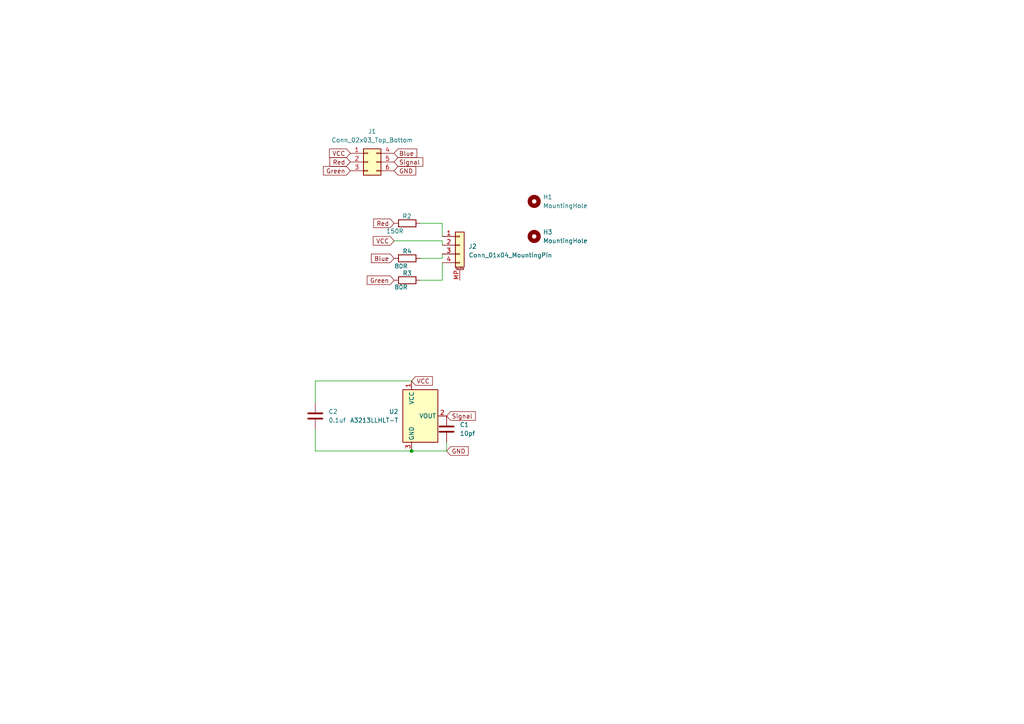
<source format=kicad_sch>
(kicad_sch (version 20231120) (generator "eeschema") (generator_version "8.0")
  (paper "A4")
  (lib_symbols
    (symbol "Connector_Generic:Conn_02x03_Top_Bottom" (pin_names (offset 1.016) hide)
      (property "Reference" "J" (at 1.27 5.08 0))
      (property "Value" "Conn_02x03_Top_Bottom" (at 1.27 -5.08 0))
      (symbol "Conn_02x03_Top_Bottom_1_1"
        (rectangle (start -1.27 -2.413) (end 0 -2.667) (stroke (width 0.1524)))
        (rectangle (start -1.27 0.127) (end 0 -0.127) (stroke (width 0.1524)))
        (rectangle (start -1.27 2.667) (end 0 2.413) (stroke (width 0.1524)))
        (rectangle (start -1.27 3.81) (end 3.81 -3.81) (stroke (width 0.254)) (fill (type background)))
        (rectangle (start 3.81 -2.413) (end 2.54 -2.667) (stroke (width 0.1524)))
        (rectangle (start 3.81 0.127) (end 2.54 -0.127) (stroke (width 0.1524)))
        (rectangle (start 3.81 2.667) (end 2.54 2.413) (stroke (width 0.1524)))
        (pin passive line (at -5.08 2.54 0) (length 3.81) (name "Pin_1") (number "1"))
        (pin passive line (at -5.08 0 0) (length 3.81) (name "Pin_2") (number "2"))
        (pin passive line (at -5.08 -2.54 0) (length 3.81) (name "Pin_3") (number "3"))
        (pin passive line (at 7.62 2.54 180) (length 3.81) (name "Pin_4") (number "4"))
        (pin passive line (at 7.62 0 180) (length 3.81) (name "Pin_5") (number "5"))
        (pin passive line (at 7.62 -2.54 180) (length 3.81) (name "Pin_6") (number "6"))
      )
    )
    (symbol "Connector_Generic_MountingPin:Conn_01x04_MountingPin" (pin_names (offset 1.016) hide)
      (property "Reference" "J" (at 0 5.08 0))
      (property "Value" "Conn_01x04_MountingPin" (at 1.27 -7.62 0))
      (symbol "Conn_01x04_MountingPin_1_1"
        (rectangle (start -1.27 -4.953) (end 0 -5.207) (stroke (width 0.1524)))
        (rectangle (start -1.27 -2.413) (end 0 -2.667) (stroke (width 0.1524)))
        (rectangle (start -1.27 0.127) (end 0 -0.127) (stroke (width 0.1524)))
        (rectangle (start -1.27 2.667) (end 0 2.413) (stroke (width 0.1524)))
        (rectangle (start -1.27 3.81) (end 1.27 -6.35) (stroke (width 0.254)) (fill (type background)))
        (polyline (pts (xy -1.016 -7.112) (xy 1.016 -7.112)) (stroke (width 0.1524)))
        (text "Mounting" (at 0 -6.731 0) (effects (font (size 0.381 0.381))))
        (pin passive line (at -5.08 2.54 0) (length 3.81) (name "Pin_1") (number "1"))
        (pin passive line (at -5.08 0 0) (length 3.81) (name "Pin_2") (number "2"))
        (pin passive line (at -5.08 -2.54 0) (length 3.81) (name "Pin_3") (number "3"))
        (pin passive line (at -5.08 -5.08 0) (length 3.81) (name "Pin_4") (number "4"))
        (pin passive line (at 0 -10.16 90) (length 3.048) (name "MountPin") (number "MP"))
      )
    )
    (symbol "Device:C" (pin_numbers hide) (pin_names (offset 0.254))
      (property "Reference" "C" (at 0.635 2.54 0))
      (property "Value" "C" (at 0.635 -2.54 0))
      (symbol "C_0_1"
        (polyline (pts (xy -2.032 -0.762) (xy 2.032 -0.762)) (stroke (width 0.508)))
        (polyline (pts (xy -2.032 0.762) (xy 2.032 0.762)) (stroke (width 0.508)))
      )
      (symbol "C_1_1"
        (pin passive line (at 0 3.81 270) (length 2.794) (name "~") (number "1"))
        (pin passive line (at 0 -3.81 90) (length 2.794) (name "~") (number "2"))
      )
    )
    (symbol "Device:R" (pin_numbers hide) (pin_names (offset 0))
      (property "Reference" "R" (at 2.032 0 90))
      (property "Value" "R" (at 0 0 90))
      (symbol "R_0_1"
        (rectangle (start -1.016 -2.54) (end 1.016 2.54) (stroke (width 0.254)))
      )
      (symbol "R_1_1"
        (pin passive line (at 0 3.81 270) (length 1.27) (name "~") (number "1"))
        (pin passive line (at 0 -3.81 90) (length 1.27) (name "~") (number "2"))
      )
    )
    (symbol "Mechanical:MountingHole" (pin_names (offset 1.016)) (exclude_from_sim yes) (in_bom no)
      (property "Reference" "H" (at 0 5.08 0))
      (property "Value" "MountingHole" (at 0 3.175 0))
      (symbol "MountingHole_0_1"
        (circle (center 0 0) (radius 1.27) (stroke (width 1.27)))
      )
    )
    (symbol "Sensor_Magnetic:A3214ELHLT-T"
      (property "Reference" "U" (at 0 11.43 0))
      (property "Value" "A3214ELHLT-T" (at 0 8.89 0))
      (symbol "A3214ELHLT-T_0_1"
        (rectangle (start -5.08 7.62) (end 5.08 -7.62) (stroke (width 0.254)) (fill (type background)))
      )
      (symbol "A3214ELHLT-T_1_1"
        (pin power_in line (at -2.54 10.16 270) (length 2.54) (name "VCC") (number "1"))
        (pin output line (at 7.62 0 180) (length 2.54) (name "VOUT") (number "2"))
        (pin power_in line (at -2.54 -10.16 90) (length 2.54) (name "GND") (number "3"))
      )
    )
  )
  (junction (at 119.38 130.81))
  (wire (pts (xy 128.27 69.85) (xy 128.27 71.12)))
  (wire (pts (xy 128.27 74.93) (xy 128.27 73.66)))
  (wire (pts (xy 121.92 64.77) (xy 128.27 64.77)))
  (wire (pts (xy 128.27 76.2) (xy 128.27 81.28)))
  (wire (pts (xy 119.38 130.81) (xy 129.54 130.81)))
  (wire (pts (xy 91.44 124.46) (xy 91.44 130.81)))
  (wire (pts (xy 121.92 74.93) (xy 128.27 74.93)))
  (wire (pts (xy 91.44 110.49) (xy 119.38 110.49)))
  (wire (pts (xy 121.92 81.28) (xy 128.27 81.28)))
  (wire (pts (xy 114.3 69.85) (xy 128.27 69.85)))
  (wire (pts (xy 129.54 128.27) (xy 129.54 130.81)))
  (wire (pts (xy 128.27 64.77) (xy 128.27 68.58)))
  (wire (pts (xy 91.44 116.84) (xy 91.44 110.49)))
  (wire (pts (xy 91.44 130.81) (xy 119.38 130.81)))
  (global_label "Red" (shape input) (at 114.3 64.77 180) (property "Intersheetrefs" "${INTERSHEET_REFS}" (effects (hide yes))))
  (global_label "Green" (shape input) (at 101.6 49.53 180) (property "Intersheetrefs" "${INTERSHEET_REFS}" (effects (hide yes))))
  (global_label "Signal" (shape input) (at 129.54 120.65 0) (property "Intersheetrefs" "${INTERSHEET_REFS}" (effects (hide yes))))
  (global_label "VCC" (shape input) (at 101.6 44.45 180) (property "Intersheetrefs" "${INTERSHEET_REFS}" (effects (hide yes))))
  (global_label "Red" (shape input) (at 101.6 46.99 180) (property "Intersheetrefs" "${INTERSHEET_REFS}" (effects (hide yes))))
  (global_label "VCC" (shape input) (at 119.38 110.49 0) (property "Intersheetrefs" "${INTERSHEET_REFS}" (effects (hide yes))))
  (global_label "GND" (shape input) (at 129.54 130.81 0) (property "Intersheetrefs" "${INTERSHEET_REFS}" (effects (hide yes))))
  (global_label "GND" (shape input) (at 114.3 49.53 0) (property "Intersheetrefs" "${INTERSHEET_REFS}" (effects (hide yes))))
  (global_label "VCC" (shape input) (at 114.3 69.85 180) (property "Intersheetrefs" "${INTERSHEET_REFS}" (effects (hide yes))))
  (global_label "Signal" (shape input) (at 114.3 46.99 0) (property "Intersheetrefs" "${INTERSHEET_REFS}" (effects (hide yes))))
  (global_label "Green" (shape input) (at 114.3 81.28 180) (property "Intersheetrefs" "${INTERSHEET_REFS}" (effects (hide yes))))
  (global_label "Blue" (shape input) (at 114.3 44.45 0) (property "Intersheetrefs" "${INTERSHEET_REFS}" (effects (hide yes))))
  (global_label "Blue" (shape input) (at 114.3 74.93 180) (property "Intersheetrefs" "${INTERSHEET_REFS}" (effects (hide yes))))
  (symbol (lib_id "Mechanical:MountingHole") (at 154.94 58.42 0) (unit 1) (exclude_from_sim yes) (in_bom no)
    (property "Reference" "H1" (at 157.48 57.1499 0) (effects (justify left)))
    (property "Value" "MountingHole" (at 157.48 59.6899 0) (effects (justify left)))
    (property "Footprint" "MountingHole:MountingHole_4.3mm_M4" (effects (hide yes)))
    (property "Description" "Mounting Hole without connection" (effects (hide yes)))
  )
  (symbol (lib_id "Device:R") (at 118.11 74.93 90) (unit 1)
    (property "Reference" "R4" (at 118.11 72.898 90))
    (property "Value" "80R" (at 116.332 77.216 90))
    (property "Footprint" "Resistor_SMD:R_1206_3216Metric" (effects (hide yes)))
    (property "Description" "Resistor" (effects (hide yes)))
  )
  (symbol (lib_id "Device:R") (at 118.11 64.77 90) (unit 1)
    (property "Reference" "R2" (at 119.38 62.738 90) (effects (justify left)))
    (property "Value" "150R" (at 117.094 67.056 90) (effects (justify left)))
    (property "Footprint" "Resistor_SMD:R_1206_3216Metric" (effects (hide yes)))
    (property "Description" "Resistor" (effects (hide yes)))
  )
  (symbol (lib_id "Mechanical:MountingHole") (at 154.94 68.58 0) (unit 1) (exclude_from_sim yes) (in_bom no)
    (property "Reference" "H3" (at 157.48 67.3099 0) (effects (justify left)))
    (property "Value" "MountingHole" (at 157.48 69.8499 0) (effects (justify left)))
    (property "Footprint" "MountingHole:MountingHole_4.3mm_M4" (effects (hide yes)))
    (property "Description" "Mounting Hole without connection" (effects (hide yes)))
  )
  (symbol (lib_id "Sensor_Magnetic:A3214ELHLT-T") (at 121.92 120.65 0) (unit 1)
    (property "Reference" "U2" (at 115.57 119.3799 0) (effects (justify right)))
    (property "Value" "A3213LLHLT-T" (at 115.57 121.9199 0) (effects (justify right)))
    (property "Footprint" "Package_TO_SOT_SMD:SOT-23W" (effects (hide yes)))
    (property "Datasheet" "http://www.allegromicro.com/~/media/Files/Datasheets/A3213-4-Datasheet.ashx" (effects (hide yes)))
    (property "Description" "Linear Hall Effect Sensor, SOT-23W" (effects (hide yes)))
  )
  (symbol (lib_id "Connector_Generic_MountingPin:Conn_01x04_MountingPin") (at 133.35 71.12 0) (unit 1)
    (property "Reference" "J2" (at 135.89 71.4755 0) (effects (justify left)))
    (property "Value" "Conn_01x04_MountingPin" (at 135.89 74.0155 0) (effects (justify left)))
    (property "Footprint" "Connector_FFC-FPC:TE_84952-4_1x04-1MP_P1.0mm_Horizontal" (effects (hide yes)))
    (property "Description" "Generic connectable mounting pin connector, single row, 01x04, script generated (kicad-library-utils/schlib/autogen/connector/)" (effects (hide yes)))
  )
  (symbol (lib_id "Device:C") (at 129.54 124.46 0) (unit 1)
    (property "Reference" "C1" (at 133.35 123.1899 0) (effects (justify left)))
    (property "Value" "10pf" (at 133.35 125.7299 0) (effects (justify left)))
    (property "Footprint" "Capacitor_SMD:C_1206_3216Metric" (effects (hide yes)))
    (property "Description" "Unpolarized capacitor" (effects (hide yes)))
  )
  (symbol (lib_id "Connector_Generic:Conn_02x03_Top_Bottom") (at 106.68 46.99 0) (unit 1)
    (property "Reference" "J1" (at 107.95 38.1 0))
    (property "Value" "Conn_02x03_Top_Bottom" (at 107.95 40.64 0))
    (property "Footprint" "Connector_IDC:IDC-Header_2x03_P2.54mm_Vertical" (effects (hide yes)))
    (property "Description" "Generic connector, double row, 02x03, top/bottom pin numbering scheme (row 1: 1...pins_per_row, row2: pins_per_row+1 ... num_pins), script generated (kicad-library-utils/schlib/autogen/connector/)" (effects (hide yes)))
  )
  (symbol (lib_id "Device:R") (at 118.11 81.28 90) (unit 1)
    (property "Reference" "R3" (at 118.11 79.248 90))
    (property "Value" "80R" (at 116.332 83.312 90))
    (property "Footprint" "Resistor_SMD:R_1206_3216Metric" (effects (hide yes)))
    (property "Description" "Resistor" (effects (hide yes)))
  )
  (symbol (lib_id "Device:C") (at 91.44 120.65 0) (unit 1)
    (property "Reference" "C2" (at 95.25 119.3799 0) (effects (justify left)))
    (property "Value" "0.1uf" (at 95.25 121.9199 0) (effects (justify left)))
    (property "Footprint" "Capacitor_SMD:C_1206_3216Metric" (effects (hide yes)))
    (property "Description" "Unpolarized capacitor" (effects (hide yes)))
  )
)
</source>
